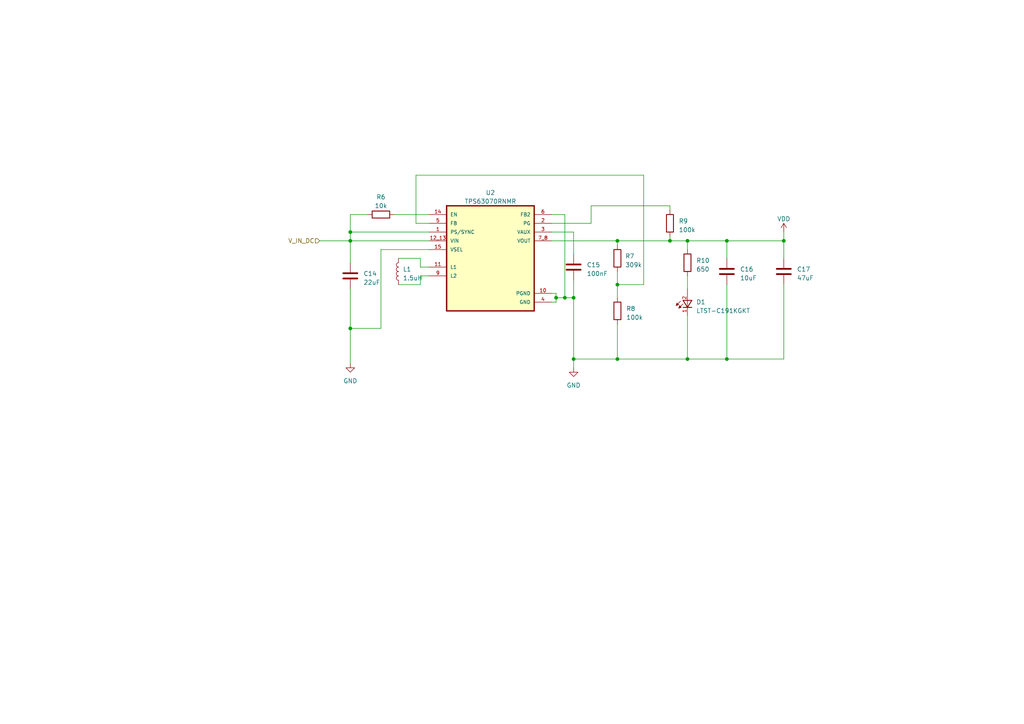
<source format=kicad_sch>
(kicad_sch (version 20230121) (generator eeschema)

  (uuid 54e629d2-0c3f-482a-8740-c76a10e26a61)

  (paper "A4")

  (lib_symbols
    (symbol "Device:C" (pin_numbers hide) (pin_names (offset 0.254)) (in_bom yes) (on_board yes)
      (property "Reference" "C" (at 0.635 2.54 0)
        (effects (font (size 1.27 1.27)) (justify left))
      )
      (property "Value" "C" (at 0.635 -2.54 0)
        (effects (font (size 1.27 1.27)) (justify left))
      )
      (property "Footprint" "" (at 0.9652 -3.81 0)
        (effects (font (size 1.27 1.27)) hide)
      )
      (property "Datasheet" "~" (at 0 0 0)
        (effects (font (size 1.27 1.27)) hide)
      )
      (property "ki_keywords" "cap capacitor" (at 0 0 0)
        (effects (font (size 1.27 1.27)) hide)
      )
      (property "ki_description" "Unpolarized capacitor" (at 0 0 0)
        (effects (font (size 1.27 1.27)) hide)
      )
      (property "ki_fp_filters" "C_*" (at 0 0 0)
        (effects (font (size 1.27 1.27)) hide)
      )
      (symbol "C_0_1"
        (polyline
          (pts
            (xy -2.032 -0.762)
            (xy 2.032 -0.762)
          )
          (stroke (width 0.508) (type default))
          (fill (type none))
        )
        (polyline
          (pts
            (xy -2.032 0.762)
            (xy 2.032 0.762)
          )
          (stroke (width 0.508) (type default))
          (fill (type none))
        )
      )
      (symbol "C_1_1"
        (pin passive line (at 0 3.81 270) (length 2.794)
          (name "~" (effects (font (size 1.27 1.27))))
          (number "1" (effects (font (size 1.27 1.27))))
        )
        (pin passive line (at 0 -3.81 90) (length 2.794)
          (name "~" (effects (font (size 1.27 1.27))))
          (number "2" (effects (font (size 1.27 1.27))))
        )
      )
    )
    (symbol "Device:L" (pin_numbers hide) (pin_names (offset 1.016) hide) (in_bom yes) (on_board yes)
      (property "Reference" "L" (at -1.27 0 90)
        (effects (font (size 1.27 1.27)))
      )
      (property "Value" "L" (at 1.905 0 90)
        (effects (font (size 1.27 1.27)))
      )
      (property "Footprint" "" (at 0 0 0)
        (effects (font (size 1.27 1.27)) hide)
      )
      (property "Datasheet" "~" (at 0 0 0)
        (effects (font (size 1.27 1.27)) hide)
      )
      (property "ki_keywords" "inductor choke coil reactor magnetic" (at 0 0 0)
        (effects (font (size 1.27 1.27)) hide)
      )
      (property "ki_description" "Inductor" (at 0 0 0)
        (effects (font (size 1.27 1.27)) hide)
      )
      (property "ki_fp_filters" "Choke_* *Coil* Inductor_* L_*" (at 0 0 0)
        (effects (font (size 1.27 1.27)) hide)
      )
      (symbol "L_0_1"
        (arc (start 0 -2.54) (mid 0.6323 -1.905) (end 0 -1.27)
          (stroke (width 0) (type default))
          (fill (type none))
        )
        (arc (start 0 -1.27) (mid 0.6323 -0.635) (end 0 0)
          (stroke (width 0) (type default))
          (fill (type none))
        )
        (arc (start 0 0) (mid 0.6323 0.635) (end 0 1.27)
          (stroke (width 0) (type default))
          (fill (type none))
        )
        (arc (start 0 1.27) (mid 0.6323 1.905) (end 0 2.54)
          (stroke (width 0) (type default))
          (fill (type none))
        )
      )
      (symbol "L_1_1"
        (pin passive line (at 0 3.81 270) (length 1.27)
          (name "1" (effects (font (size 1.27 1.27))))
          (number "1" (effects (font (size 1.27 1.27))))
        )
        (pin passive line (at 0 -3.81 90) (length 1.27)
          (name "2" (effects (font (size 1.27 1.27))))
          (number "2" (effects (font (size 1.27 1.27))))
        )
      )
    )
    (symbol "Device:R" (pin_numbers hide) (pin_names (offset 0)) (in_bom yes) (on_board yes)
      (property "Reference" "R" (at 2.032 0 90)
        (effects (font (size 1.27 1.27)))
      )
      (property "Value" "R" (at 0 0 90)
        (effects (font (size 1.27 1.27)))
      )
      (property "Footprint" "" (at -1.778 0 90)
        (effects (font (size 1.27 1.27)) hide)
      )
      (property "Datasheet" "~" (at 0 0 0)
        (effects (font (size 1.27 1.27)) hide)
      )
      (property "ki_keywords" "R res resistor" (at 0 0 0)
        (effects (font (size 1.27 1.27)) hide)
      )
      (property "ki_description" "Resistor" (at 0 0 0)
        (effects (font (size 1.27 1.27)) hide)
      )
      (property "ki_fp_filters" "R_*" (at 0 0 0)
        (effects (font (size 1.27 1.27)) hide)
      )
      (symbol "R_0_1"
        (rectangle (start -1.016 -2.54) (end 1.016 2.54)
          (stroke (width 0.254) (type default))
          (fill (type none))
        )
      )
      (symbol "R_1_1"
        (pin passive line (at 0 3.81 270) (length 1.27)
          (name "~" (effects (font (size 1.27 1.27))))
          (number "1" (effects (font (size 1.27 1.27))))
        )
        (pin passive line (at 0 -3.81 90) (length 1.27)
          (name "~" (effects (font (size 1.27 1.27))))
          (number "2" (effects (font (size 1.27 1.27))))
        )
      )
    )
    (symbol "LTST-C191KGKT:LTST-C191KGKT" (pin_names (offset 1.016)) (in_bom yes) (on_board yes)
      (property "Reference" "D" (at 2.545 2.545 0)
        (effects (font (size 1.27 1.27)) (justify left bottom))
      )
      (property "Value" "LTST-C191KGKT" (at 2.5425 0 0)
        (effects (font (size 1.27 1.27)) (justify left bottom))
      )
      (property "Footprint" "0603" (at 0 0 0)
        (effects (font (size 1.27 1.27)) (justify bottom) hide)
      )
      (property "Datasheet" "" (at 0 0 0)
        (effects (font (size 1.27 1.27)) hide)
      )
      (symbol "LTST-C191KGKT_0_0"
        (polyline
          (pts
            (xy -2.032 1.524)
            (xy -2.921 0.635)
          )
          (stroke (width 0.1524) (type default))
          (fill (type none))
        )
        (polyline
          (pts
            (xy -1.27 0.762)
            (xy -2.159 -0.127)
          )
          (stroke (width 0.1524) (type default))
          (fill (type none))
        )
        (polyline
          (pts
            (xy 0 -0.254)
            (xy -1.27 -0.254)
          )
          (stroke (width 0.254) (type default))
          (fill (type none))
        )
        (polyline
          (pts
            (xy 0 -0.254)
            (xy -1.27 1.778)
          )
          (stroke (width 0.254) (type default))
          (fill (type none))
        )
        (polyline
          (pts
            (xy 1.27 -0.254)
            (xy 0 -0.254)
          )
          (stroke (width 0.254) (type default))
          (fill (type none))
        )
        (polyline
          (pts
            (xy 1.27 1.778)
            (xy -1.27 1.778)
          )
          (stroke (width 0.254) (type default))
          (fill (type none))
        )
        (polyline
          (pts
            (xy 1.27 1.778)
            (xy 0 -0.254)
          )
          (stroke (width 0.254) (type default))
          (fill (type none))
        )
        (polyline
          (pts
            (xy -3.048 1.016)
            (xy -3.302 0.254)
            (xy -2.54 0.508)
            (xy -3.048 1.016)
          )
          (stroke (width 0.1524) (type default))
          (fill (type outline))
        )
        (polyline
          (pts
            (xy -2.286 0.254)
            (xy -2.54 -0.508)
            (xy -1.778 -0.254)
            (xy -2.286 0.254)
          )
          (stroke (width 0.1524) (type default))
          (fill (type outline))
        )
        (pin passive line (at 0 -2.54 90) (length 2.54)
          (name "~" (effects (font (size 1.016 1.016))))
          (number "1" (effects (font (size 1.016 1.016))))
        )
        (pin passive line (at 0 5.08 270) (length 5.08)
          (name "~" (effects (font (size 1.016 1.016))))
          (number "2" (effects (font (size 1.016 1.016))))
        )
      )
    )
    (symbol "TPS63070RNMR:TPS63070RNMR" (pin_names (offset 1.016)) (in_bom yes) (on_board yes)
      (property "Reference" "U" (at -12.7 16.24 0)
        (effects (font (size 1.27 1.27)) (justify left bottom))
      )
      (property "Value" "TPS63070RNMR" (at -12.7 -19.24 0)
        (effects (font (size 1.27 1.27)) (justify left bottom))
      )
      (property "Footprint" "VREG_TPS63070RNMR" (at 0 0 0)
        (effects (font (size 1.27 1.27)) (justify bottom) hide)
      )
      (property "Datasheet" "" (at 0 0 0)
        (effects (font (size 1.27 1.27)) hide)
      )
      (symbol "TPS63070RNMR_0_0"
        (rectangle (start -12.7 -15.24) (end 12.7 15.24)
          (stroke (width 0.41) (type default))
          (fill (type background))
        )
        (pin input line (at -17.78 7.62 0) (length 5.08)
          (name "PS/SYNC" (effects (font (size 1.016 1.016))))
          (number "1" (effects (font (size 1.016 1.016))))
        )
        (pin power_in line (at 17.78 -10.16 180) (length 5.08)
          (name "PGND" (effects (font (size 1.016 1.016))))
          (number "10" (effects (font (size 1.016 1.016))))
        )
        (pin bidirectional line (at -17.78 -2.54 0) (length 5.08)
          (name "L1" (effects (font (size 1.016 1.016))))
          (number "11" (effects (font (size 1.016 1.016))))
        )
        (pin input line (at -17.78 5.08 0) (length 5.08)
          (name "VIN" (effects (font (size 1.016 1.016))))
          (number "12_13" (effects (font (size 1.016 1.016))))
        )
        (pin input line (at -17.78 12.7 0) (length 5.08)
          (name "EN" (effects (font (size 1.016 1.016))))
          (number "14" (effects (font (size 1.016 1.016))))
        )
        (pin input line (at -17.78 2.54 0) (length 5.08)
          (name "VSEL" (effects (font (size 1.016 1.016))))
          (number "15" (effects (font (size 1.016 1.016))))
        )
        (pin output line (at 17.78 10.16 180) (length 5.08)
          (name "PG" (effects (font (size 1.016 1.016))))
          (number "2" (effects (font (size 1.016 1.016))))
        )
        (pin output line (at 17.78 7.62 180) (length 5.08)
          (name "VAUX" (effects (font (size 1.016 1.016))))
          (number "3" (effects (font (size 1.016 1.016))))
        )
        (pin power_in line (at 17.78 -12.7 180) (length 5.08)
          (name "GND" (effects (font (size 1.016 1.016))))
          (number "4" (effects (font (size 1.016 1.016))))
        )
        (pin input line (at -17.78 10.16 0) (length 5.08)
          (name "FB" (effects (font (size 1.016 1.016))))
          (number "5" (effects (font (size 1.016 1.016))))
        )
        (pin output line (at 17.78 12.7 180) (length 5.08)
          (name "FB2" (effects (font (size 1.016 1.016))))
          (number "6" (effects (font (size 1.016 1.016))))
        )
        (pin output line (at 17.78 5.08 180) (length 5.08)
          (name "VOUT" (effects (font (size 1.016 1.016))))
          (number "7_8" (effects (font (size 1.016 1.016))))
        )
        (pin bidirectional line (at -17.78 -5.08 0) (length 5.08)
          (name "L2" (effects (font (size 1.016 1.016))))
          (number "9" (effects (font (size 1.016 1.016))))
        )
      )
    )
    (symbol "power:GND" (power) (pin_names (offset 0)) (in_bom yes) (on_board yes)
      (property "Reference" "#PWR" (at 0 -6.35 0)
        (effects (font (size 1.27 1.27)) hide)
      )
      (property "Value" "GND" (at 0 -3.81 0)
        (effects (font (size 1.27 1.27)))
      )
      (property "Footprint" "" (at 0 0 0)
        (effects (font (size 1.27 1.27)) hide)
      )
      (property "Datasheet" "" (at 0 0 0)
        (effects (font (size 1.27 1.27)) hide)
      )
      (property "ki_keywords" "global power" (at 0 0 0)
        (effects (font (size 1.27 1.27)) hide)
      )
      (property "ki_description" "Power symbol creates a global label with name \"GND\" , ground" (at 0 0 0)
        (effects (font (size 1.27 1.27)) hide)
      )
      (symbol "GND_0_1"
        (polyline
          (pts
            (xy 0 0)
            (xy 0 -1.27)
            (xy 1.27 -1.27)
            (xy 0 -2.54)
            (xy -1.27 -1.27)
            (xy 0 -1.27)
          )
          (stroke (width 0) (type default))
          (fill (type none))
        )
      )
      (symbol "GND_1_1"
        (pin power_in line (at 0 0 270) (length 0) hide
          (name "GND" (effects (font (size 1.27 1.27))))
          (number "1" (effects (font (size 1.27 1.27))))
        )
      )
    )
    (symbol "power:VDD" (power) (pin_names (offset 0)) (in_bom yes) (on_board yes)
      (property "Reference" "#PWR" (at 0 -3.81 0)
        (effects (font (size 1.27 1.27)) hide)
      )
      (property "Value" "VDD" (at 0 3.81 0)
        (effects (font (size 1.27 1.27)))
      )
      (property "Footprint" "" (at 0 0 0)
        (effects (font (size 1.27 1.27)) hide)
      )
      (property "Datasheet" "" (at 0 0 0)
        (effects (font (size 1.27 1.27)) hide)
      )
      (property "ki_keywords" "global power" (at 0 0 0)
        (effects (font (size 1.27 1.27)) hide)
      )
      (property "ki_description" "Power symbol creates a global label with name \"VDD\"" (at 0 0 0)
        (effects (font (size 1.27 1.27)) hide)
      )
      (symbol "VDD_0_1"
        (polyline
          (pts
            (xy -0.762 1.27)
            (xy 0 2.54)
          )
          (stroke (width 0) (type default))
          (fill (type none))
        )
        (polyline
          (pts
            (xy 0 0)
            (xy 0 2.54)
          )
          (stroke (width 0) (type default))
          (fill (type none))
        )
        (polyline
          (pts
            (xy 0 2.54)
            (xy 0.762 1.27)
          )
          (stroke (width 0) (type default))
          (fill (type none))
        )
      )
      (symbol "VDD_1_1"
        (pin power_in line (at 0 0 90) (length 0) hide
          (name "VDD" (effects (font (size 1.27 1.27))))
          (number "1" (effects (font (size 1.27 1.27))))
        )
      )
    )
  )

  (junction (at 199.39 104.14) (diameter 0) (color 0 0 0 0)
    (uuid 083f1fc9-5470-4d2d-999e-93202b21cd02)
  )
  (junction (at 163.83 86.36) (diameter 0) (color 0 0 0 0)
    (uuid 1529706d-64f2-4dd3-bdf9-944e45ac324f)
  )
  (junction (at 101.6 69.85) (diameter 0) (color 0 0 0 0)
    (uuid 188a74ef-25a0-42e1-99f3-0d056c808a6c)
  )
  (junction (at 199.39 69.85) (diameter 0) (color 0 0 0 0)
    (uuid 21892e4a-901e-4454-ae5a-6b47e48d37e6)
  )
  (junction (at 179.07 69.85) (diameter 0) (color 0 0 0 0)
    (uuid 22ea32bb-2341-4194-9dea-b13322f14173)
  )
  (junction (at 210.82 104.14) (diameter 0) (color 0 0 0 0)
    (uuid 243312a9-de73-4f16-b28f-af9498bc1637)
  )
  (junction (at 161.29 86.36) (diameter 0) (color 0 0 0 0)
    (uuid 243a1fc5-e1f2-4ab7-8254-b2252072d8b3)
  )
  (junction (at 166.37 104.14) (diameter 0) (color 0 0 0 0)
    (uuid 2e874b10-b362-450e-8d70-202ba3c04a6d)
  )
  (junction (at 179.07 82.55) (diameter 0) (color 0 0 0 0)
    (uuid 41160cb2-cb95-4b30-bcf5-58a078afba68)
  )
  (junction (at 227.33 69.85) (diameter 0) (color 0 0 0 0)
    (uuid 7437d374-b259-476d-885d-89a8bcece565)
  )
  (junction (at 166.37 86.36) (diameter 0) (color 0 0 0 0)
    (uuid 74ea74dd-9ad4-443f-9415-c4bc9a8c5405)
  )
  (junction (at 210.82 69.85) (diameter 0) (color 0 0 0 0)
    (uuid 8988a622-9c5a-44d9-bf28-e54f0a970a72)
  )
  (junction (at 101.6 67.31) (diameter 0) (color 0 0 0 0)
    (uuid b977a37a-1154-42a0-bed6-518a3119b474)
  )
  (junction (at 179.07 104.14) (diameter 0) (color 0 0 0 0)
    (uuid d4fe1ab7-0ce2-47e7-a552-6a56236abc0d)
  )
  (junction (at 101.6 95.25) (diameter 0) (color 0 0 0 0)
    (uuid dba07e7f-9f5f-4459-9102-d3d93e5031e1)
  )
  (junction (at 194.31 69.85) (diameter 0) (color 0 0 0 0)
    (uuid ea4b28f5-9754-41f6-9ccf-730012e5ab6f)
  )

  (wire (pts (xy 101.6 62.23) (xy 101.6 67.31))
    (stroke (width 0) (type default))
    (uuid 0276f478-2fec-40de-ae3b-aa602e269bd5)
  )
  (wire (pts (xy 210.82 82.55) (xy 210.82 104.14))
    (stroke (width 0) (type default))
    (uuid 0b800f60-18d5-49f2-88c5-dd2221fd4115)
  )
  (wire (pts (xy 163.83 62.23) (xy 163.83 86.36))
    (stroke (width 0) (type default))
    (uuid 0e48663b-c3f3-4ebd-9682-236238bd2d0b)
  )
  (wire (pts (xy 227.33 74.93) (xy 227.33 69.85))
    (stroke (width 0) (type default))
    (uuid 1020d64c-8183-4037-bf7d-b0790c618528)
  )
  (wire (pts (xy 227.33 69.85) (xy 210.82 69.85))
    (stroke (width 0) (type default))
    (uuid 147208e0-9adb-48ef-aefa-f13043b362dc)
  )
  (wire (pts (xy 166.37 67.31) (xy 166.37 73.66))
    (stroke (width 0) (type default))
    (uuid 1908a280-8d43-45a3-993b-1f575224e418)
  )
  (wire (pts (xy 186.69 50.8) (xy 186.69 82.55))
    (stroke (width 0) (type default))
    (uuid 1cb85964-ae3f-4fb3-8056-739c7fbd4918)
  )
  (wire (pts (xy 166.37 104.14) (xy 166.37 106.68))
    (stroke (width 0) (type default))
    (uuid 1d1821e3-3b8c-4c7d-b0be-3db61d965cf3)
  )
  (wire (pts (xy 194.31 59.69) (xy 194.31 60.96))
    (stroke (width 0) (type default))
    (uuid 1e37f672-67c8-4cb4-9514-5a4e059873d7)
  )
  (wire (pts (xy 160.02 67.31) (xy 166.37 67.31))
    (stroke (width 0) (type default))
    (uuid 20bf07d3-3608-4d86-bd47-ec5fffef4266)
  )
  (wire (pts (xy 166.37 81.28) (xy 166.37 86.36))
    (stroke (width 0) (type default))
    (uuid 2a54820c-3018-47dc-a168-304e50903788)
  )
  (wire (pts (xy 199.39 69.85) (xy 194.31 69.85))
    (stroke (width 0) (type default))
    (uuid 2c3a40cf-b5c4-48d0-b2f7-60e1d2b4125d)
  )
  (wire (pts (xy 194.31 69.85) (xy 179.07 69.85))
    (stroke (width 0) (type default))
    (uuid 2e6df31b-6774-4cdb-8847-64ee4afccbd2)
  )
  (wire (pts (xy 121.92 74.93) (xy 121.92 77.47))
    (stroke (width 0) (type default))
    (uuid 2f9c002d-a7cb-44d5-8429-26097dc37266)
  )
  (wire (pts (xy 166.37 86.36) (xy 166.37 104.14))
    (stroke (width 0) (type default))
    (uuid 31bdfc9a-514d-429b-bf8c-d900de1ff509)
  )
  (wire (pts (xy 121.92 82.55) (xy 115.57 82.55))
    (stroke (width 0) (type default))
    (uuid 3b08efca-b9e7-4a2c-99bf-394733862164)
  )
  (wire (pts (xy 101.6 67.31) (xy 101.6 69.85))
    (stroke (width 0) (type default))
    (uuid 43116b63-f421-499d-b376-5afb451f8e4b)
  )
  (wire (pts (xy 210.82 69.85) (xy 199.39 69.85))
    (stroke (width 0) (type default))
    (uuid 52c410c2-5cec-4d73-a9de-ffbe8370052a)
  )
  (wire (pts (xy 121.92 80.01) (xy 121.92 82.55))
    (stroke (width 0) (type default))
    (uuid 57c42f7f-a8fa-4110-af28-a9cf8edb6b89)
  )
  (wire (pts (xy 210.82 104.14) (xy 199.39 104.14))
    (stroke (width 0) (type default))
    (uuid 603c256f-c2fc-494c-98cf-355c840c083d)
  )
  (wire (pts (xy 163.83 86.36) (xy 166.37 86.36))
    (stroke (width 0) (type default))
    (uuid 644699cd-dad9-4797-b904-d74b20806e29)
  )
  (wire (pts (xy 161.29 86.36) (xy 163.83 86.36))
    (stroke (width 0) (type default))
    (uuid 64fae4e9-ef94-4c4d-ac86-089bedabaf90)
  )
  (wire (pts (xy 160.02 87.63) (xy 161.29 87.63))
    (stroke (width 0) (type default))
    (uuid 6f6f9df0-3580-4dfa-846b-ce671a3482ef)
  )
  (wire (pts (xy 179.07 93.98) (xy 179.07 104.14))
    (stroke (width 0) (type default))
    (uuid 7301b71c-9506-4f66-9650-3372f99b6425)
  )
  (wire (pts (xy 160.02 62.23) (xy 163.83 62.23))
    (stroke (width 0) (type default))
    (uuid 733524b5-ad0c-4109-b9c1-4b058e12b1c5)
  )
  (wire (pts (xy 161.29 85.09) (xy 161.29 86.36))
    (stroke (width 0) (type default))
    (uuid 797d4d40-8f8a-454d-b02b-780e0f6e8e5b)
  )
  (wire (pts (xy 194.31 59.69) (xy 171.45 59.69))
    (stroke (width 0) (type default))
    (uuid 895c25cd-1af5-41c4-977c-20d9a8d9d0cd)
  )
  (wire (pts (xy 92.71 69.85) (xy 101.6 69.85))
    (stroke (width 0) (type default))
    (uuid 8a668baf-0b54-4158-a943-59b1137d2471)
  )
  (wire (pts (xy 106.68 62.23) (xy 101.6 62.23))
    (stroke (width 0) (type default))
    (uuid 8adebc81-f706-4b15-ab03-95d6a4f63428)
  )
  (wire (pts (xy 171.45 59.69) (xy 171.45 64.77))
    (stroke (width 0) (type default))
    (uuid 8c2e03d1-a020-47ef-9075-40a55a67bc8e)
  )
  (wire (pts (xy 101.6 69.85) (xy 124.46 69.85))
    (stroke (width 0) (type default))
    (uuid 8f27f87f-1671-40bd-9bf1-962ca88222f8)
  )
  (wire (pts (xy 101.6 95.25) (xy 101.6 105.41))
    (stroke (width 0) (type default))
    (uuid 951bc9c7-9f07-41c7-8adc-eb031bd9caca)
  )
  (wire (pts (xy 227.33 82.55) (xy 227.33 104.14))
    (stroke (width 0) (type default))
    (uuid 955affeb-5bc1-45cf-a037-4ff770f26851)
  )
  (wire (pts (xy 114.3 62.23) (xy 124.46 62.23))
    (stroke (width 0) (type default))
    (uuid 97a7fe82-02ba-404e-b20e-4fe69da3e8bd)
  )
  (wire (pts (xy 199.39 80.01) (xy 199.39 83.82))
    (stroke (width 0) (type default))
    (uuid 9a752736-1f42-4521-ba47-90afb32ccaa2)
  )
  (wire (pts (xy 179.07 82.55) (xy 179.07 86.36))
    (stroke (width 0) (type default))
    (uuid 9b2d7e10-e996-4213-8799-6d24a1b6510e)
  )
  (wire (pts (xy 179.07 104.14) (xy 166.37 104.14))
    (stroke (width 0) (type default))
    (uuid a2c46903-045d-42d7-954d-074e8341329f)
  )
  (wire (pts (xy 179.07 69.85) (xy 179.07 71.12))
    (stroke (width 0) (type default))
    (uuid a41e6576-ab97-46ea-beda-39c29319e408)
  )
  (wire (pts (xy 120.65 64.77) (xy 120.65 50.8))
    (stroke (width 0) (type default))
    (uuid b4d5c87c-017d-48eb-8121-a2e7308719e0)
  )
  (wire (pts (xy 101.6 83.82) (xy 101.6 95.25))
    (stroke (width 0) (type default))
    (uuid bd16f9aa-fa6e-4e53-a9b6-58c8c472939f)
  )
  (wire (pts (xy 194.31 68.58) (xy 194.31 69.85))
    (stroke (width 0) (type default))
    (uuid bf09b319-8342-4327-af38-05129b3f70a7)
  )
  (wire (pts (xy 120.65 50.8) (xy 186.69 50.8))
    (stroke (width 0) (type default))
    (uuid c41d0cc1-c9a1-4303-8aba-f701022ca1f3)
  )
  (wire (pts (xy 124.46 64.77) (xy 120.65 64.77))
    (stroke (width 0) (type default))
    (uuid c5e94f16-7674-49c2-9ea6-d587871e6c83)
  )
  (wire (pts (xy 199.39 91.44) (xy 199.39 104.14))
    (stroke (width 0) (type default))
    (uuid c611ba5e-c044-42ff-9e39-d2e2f6f7c54d)
  )
  (wire (pts (xy 115.57 74.93) (xy 121.92 74.93))
    (stroke (width 0) (type default))
    (uuid c7bb3ee5-c469-4314-87dc-cb7a9f120127)
  )
  (wire (pts (xy 101.6 67.31) (xy 124.46 67.31))
    (stroke (width 0) (type default))
    (uuid c85caf36-c014-4f44-ad43-0d3616742e88)
  )
  (wire (pts (xy 110.49 72.39) (xy 110.49 95.25))
    (stroke (width 0) (type default))
    (uuid cac2d192-2553-4b36-892d-593bb65317f8)
  )
  (wire (pts (xy 101.6 69.85) (xy 101.6 76.2))
    (stroke (width 0) (type default))
    (uuid d181bdf3-a5d2-4fd1-b3ff-7094865899ef)
  )
  (wire (pts (xy 199.39 69.85) (xy 199.39 72.39))
    (stroke (width 0) (type default))
    (uuid d1976e27-1013-4589-88fb-a2e58b065b75)
  )
  (wire (pts (xy 227.33 67.31) (xy 227.33 69.85))
    (stroke (width 0) (type default))
    (uuid d1c99ff6-a794-457a-9b5b-622d19011e8b)
  )
  (wire (pts (xy 186.69 82.55) (xy 179.07 82.55))
    (stroke (width 0) (type default))
    (uuid d51bd073-ba5e-4d73-9e44-bc4626ad5d26)
  )
  (wire (pts (xy 161.29 87.63) (xy 161.29 86.36))
    (stroke (width 0) (type default))
    (uuid dd1e7b39-d517-4f7d-93fb-0840dcf63a32)
  )
  (wire (pts (xy 171.45 64.77) (xy 160.02 64.77))
    (stroke (width 0) (type default))
    (uuid dfd73ea9-a97d-40e5-a96d-2b82af4b0da9)
  )
  (wire (pts (xy 160.02 69.85) (xy 179.07 69.85))
    (stroke (width 0) (type default))
    (uuid e01eaa83-a4b1-4cf6-9101-184fa67edf7a)
  )
  (wire (pts (xy 124.46 72.39) (xy 110.49 72.39))
    (stroke (width 0) (type default))
    (uuid e530581e-d6c0-4ad1-8970-76f2355ccf05)
  )
  (wire (pts (xy 161.29 85.09) (xy 160.02 85.09))
    (stroke (width 0) (type default))
    (uuid e5322eed-fcb5-4178-9df2-44b45b1e0b0d)
  )
  (wire (pts (xy 110.49 95.25) (xy 101.6 95.25))
    (stroke (width 0) (type default))
    (uuid e649c8a3-dd30-4426-8787-c832fab623bb)
  )
  (wire (pts (xy 179.07 78.74) (xy 179.07 82.55))
    (stroke (width 0) (type default))
    (uuid eb96d418-1244-4381-a1ee-49ccc150c6f6)
  )
  (wire (pts (xy 124.46 80.01) (xy 121.92 80.01))
    (stroke (width 0) (type default))
    (uuid ed719203-c07a-4b4d-806e-2b6214127bde)
  )
  (wire (pts (xy 121.92 77.47) (xy 124.46 77.47))
    (stroke (width 0) (type default))
    (uuid f58ec344-0e30-4793-8687-5b6d5702e2a2)
  )
  (wire (pts (xy 227.33 104.14) (xy 210.82 104.14))
    (stroke (width 0) (type default))
    (uuid f7c3a255-5671-4399-a74b-6df9536e0346)
  )
  (wire (pts (xy 199.39 104.14) (xy 179.07 104.14))
    (stroke (width 0) (type default))
    (uuid f8322662-189e-4586-ab70-c960a67b57d0)
  )
  (wire (pts (xy 210.82 74.93) (xy 210.82 69.85))
    (stroke (width 0) (type default))
    (uuid f8bcc640-4c70-4c1d-a744-071f1a869f68)
  )

  (hierarchical_label "V_IN_DC" (shape input) (at 92.71 69.85 180) (fields_autoplaced)
    (effects (font (size 1.27 1.27)) (justify right))
    (uuid 08ecde0b-c409-4575-98fa-10706d186a05)
  )

  (symbol (lib_id "LTST-C191KGKT:LTST-C191KGKT") (at 199.39 88.9 0) (unit 1)
    (in_bom yes) (on_board yes) (dnp no) (fields_autoplaced)
    (uuid 1668af77-ef29-4fbe-8471-61e015d386db)
    (property "Reference" "D1" (at 201.93 87.6046 0)
      (effects (font (size 1.27 1.27)) (justify left))
    )
    (property "Value" "LTST-C191KGKT" (at 201.93 90.1446 0)
      (effects (font (size 1.27 1.27)) (justify left))
    )
    (property "Footprint" "LTST-C191KGKT:0603" (at 199.39 88.9 0)
      (effects (font (size 1.27 1.27)) (justify bottom) hide)
    )
    (property "Datasheet" "" (at 199.39 88.9 0)
      (effects (font (size 1.27 1.27)) hide)
    )
    (pin "1" (uuid 78913966-df5f-4e65-a65d-9623a73d5693))
    (pin "2" (uuid c39c48d9-b6e6-4c51-a7ad-ea8af3824d5e))
    (instances
      (project "Stm32-Dev"
        (path "/2012adcd-2550-4959-bd3b-ca39f3ab7454/e4f4528b-be31-41fd-b387-7a3470481aba"
          (reference "D1") (unit 1)
        )
      )
    )
  )

  (symbol (lib_id "Device:C") (at 227.33 78.74 0) (unit 1)
    (in_bom yes) (on_board yes) (dnp no) (fields_autoplaced)
    (uuid 2011690e-6c17-4e15-8591-682f38faf75f)
    (property "Reference" "C17" (at 231.14 78.105 0)
      (effects (font (size 1.27 1.27)) (justify left))
    )
    (property "Value" "47uF" (at 231.14 80.645 0)
      (effects (font (size 1.27 1.27)) (justify left))
    )
    (property "Footprint" "Capacitor_SMD:C_0805_2012Metric" (at 228.2952 82.55 0)
      (effects (font (size 1.27 1.27)) hide)
    )
    (property "Datasheet" "~" (at 227.33 78.74 0)
      (effects (font (size 1.27 1.27)) hide)
    )
    (pin "1" (uuid 0dadd343-48e9-48cf-a762-bf157d80858f))
    (pin "2" (uuid 40035ad0-0adb-47d2-b2da-f15fc13376c1))
    (instances
      (project "Stm32-Dev"
        (path "/2012adcd-2550-4959-bd3b-ca39f3ab7454/e4f4528b-be31-41fd-b387-7a3470481aba"
          (reference "C17") (unit 1)
        )
      )
    )
  )

  (symbol (lib_id "Device:R") (at 110.49 62.23 90) (unit 1)
    (in_bom yes) (on_board yes) (dnp no) (fields_autoplaced)
    (uuid 226d58c6-c237-4f7c-8931-c8c571a0534e)
    (property "Reference" "R6" (at 110.49 57.15 90)
      (effects (font (size 1.27 1.27)))
    )
    (property "Value" "10k" (at 110.49 59.69 90)
      (effects (font (size 1.27 1.27)))
    )
    (property "Footprint" "Resistor_SMD:R_0805_2012Metric" (at 110.49 64.008 90)
      (effects (font (size 1.27 1.27)) hide)
    )
    (property "Datasheet" "~" (at 110.49 62.23 0)
      (effects (font (size 1.27 1.27)) hide)
    )
    (pin "1" (uuid f3a19315-e01d-4581-a3c1-dac701f3a394))
    (pin "2" (uuid 75ce13ba-036b-46ed-85c2-220d822e3947))
    (instances
      (project "Stm32-Dev"
        (path "/2012adcd-2550-4959-bd3b-ca39f3ab7454/e4f4528b-be31-41fd-b387-7a3470481aba"
          (reference "R6") (unit 1)
        )
      )
    )
  )

  (symbol (lib_id "power:VDD") (at 227.33 67.31 0) (unit 1)
    (in_bom yes) (on_board yes) (dnp no) (fields_autoplaced)
    (uuid 3cde229f-bce8-4ab2-ace1-3d96fa52743b)
    (property "Reference" "#PWR020" (at 227.33 71.12 0)
      (effects (font (size 1.27 1.27)) hide)
    )
    (property "Value" "VDD" (at 227.33 63.5 0)
      (effects (font (size 1.27 1.27)))
    )
    (property "Footprint" "" (at 227.33 67.31 0)
      (effects (font (size 1.27 1.27)) hide)
    )
    (property "Datasheet" "" (at 227.33 67.31 0)
      (effects (font (size 1.27 1.27)) hide)
    )
    (pin "1" (uuid 3ed034b9-cd75-493a-af32-c7a1796adfdd))
    (instances
      (project "Stm32-Dev"
        (path "/2012adcd-2550-4959-bd3b-ca39f3ab7454/e4f4528b-be31-41fd-b387-7a3470481aba"
          (reference "#PWR020") (unit 1)
        )
      )
    )
  )

  (symbol (lib_id "Device:C") (at 166.37 77.47 0) (unit 1)
    (in_bom yes) (on_board yes) (dnp no) (fields_autoplaced)
    (uuid 438f8d3c-7793-4795-9f27-7859b1fba7e4)
    (property "Reference" "C15" (at 170.18 76.835 0)
      (effects (font (size 1.27 1.27)) (justify left))
    )
    (property "Value" "100nF" (at 170.18 79.375 0)
      (effects (font (size 1.27 1.27)) (justify left))
    )
    (property "Footprint" "Capacitor_SMD:C_0805_2012Metric" (at 167.3352 81.28 0)
      (effects (font (size 1.27 1.27)) hide)
    )
    (property "Datasheet" "~" (at 166.37 77.47 0)
      (effects (font (size 1.27 1.27)) hide)
    )
    (pin "1" (uuid b9fae0f0-47ec-482a-ad44-f1c87a959f38))
    (pin "2" (uuid fad14a3d-c393-49ab-9850-1145a6b67cff))
    (instances
      (project "Stm32-Dev"
        (path "/2012adcd-2550-4959-bd3b-ca39f3ab7454/e4f4528b-be31-41fd-b387-7a3470481aba"
          (reference "C15") (unit 1)
        )
      )
    )
  )

  (symbol (lib_id "Device:C") (at 101.6 80.01 0) (unit 1)
    (in_bom yes) (on_board yes) (dnp no) (fields_autoplaced)
    (uuid 4eb069c7-3347-48d0-9cca-277d3c4def12)
    (property "Reference" "C14" (at 105.41 79.375 0)
      (effects (font (size 1.27 1.27)) (justify left))
    )
    (property "Value" "22uF" (at 105.41 81.915 0)
      (effects (font (size 1.27 1.27)) (justify left))
    )
    (property "Footprint" "Capacitor_SMD:C_0805_2012Metric" (at 102.5652 83.82 0)
      (effects (font (size 1.27 1.27)) hide)
    )
    (property "Datasheet" "~" (at 101.6 80.01 0)
      (effects (font (size 1.27 1.27)) hide)
    )
    (pin "1" (uuid f9b31711-0ab2-4835-90fa-57e0007bbce2))
    (pin "2" (uuid 917f61e3-867f-4c6a-9714-2acaa63848d3))
    (instances
      (project "Stm32-Dev"
        (path "/2012adcd-2550-4959-bd3b-ca39f3ab7454/e4f4528b-be31-41fd-b387-7a3470481aba"
          (reference "C14") (unit 1)
        )
      )
    )
  )

  (symbol (lib_id "power:GND") (at 101.6 105.41 0) (unit 1)
    (in_bom yes) (on_board yes) (dnp no) (fields_autoplaced)
    (uuid 50ff00b1-654f-49d5-9b32-d7c3663120fc)
    (property "Reference" "#PWR018" (at 101.6 111.76 0)
      (effects (font (size 1.27 1.27)) hide)
    )
    (property "Value" "GND" (at 101.6 110.49 0)
      (effects (font (size 1.27 1.27)))
    )
    (property "Footprint" "" (at 101.6 105.41 0)
      (effects (font (size 1.27 1.27)) hide)
    )
    (property "Datasheet" "" (at 101.6 105.41 0)
      (effects (font (size 1.27 1.27)) hide)
    )
    (pin "1" (uuid 56382f50-d0ba-45c7-89dc-f3aad7a9a280))
    (instances
      (project "Stm32-Dev"
        (path "/2012adcd-2550-4959-bd3b-ca39f3ab7454/e4f4528b-be31-41fd-b387-7a3470481aba"
          (reference "#PWR018") (unit 1)
        )
      )
    )
  )

  (symbol (lib_id "power:GND") (at 166.37 106.68 0) (unit 1)
    (in_bom yes) (on_board yes) (dnp no) (fields_autoplaced)
    (uuid 5e0e6faf-24c1-4b5d-ae8d-63f9698b0127)
    (property "Reference" "#PWR019" (at 166.37 113.03 0)
      (effects (font (size 1.27 1.27)) hide)
    )
    (property "Value" "GND" (at 166.37 111.76 0)
      (effects (font (size 1.27 1.27)))
    )
    (property "Footprint" "" (at 166.37 106.68 0)
      (effects (font (size 1.27 1.27)) hide)
    )
    (property "Datasheet" "" (at 166.37 106.68 0)
      (effects (font (size 1.27 1.27)) hide)
    )
    (pin "1" (uuid f378d049-77a8-436e-ba8e-7904a0836733))
    (instances
      (project "Stm32-Dev"
        (path "/2012adcd-2550-4959-bd3b-ca39f3ab7454/e4f4528b-be31-41fd-b387-7a3470481aba"
          (reference "#PWR019") (unit 1)
        )
      )
    )
  )

  (symbol (lib_id "Device:R") (at 194.31 64.77 0) (unit 1)
    (in_bom yes) (on_board yes) (dnp no) (fields_autoplaced)
    (uuid 8f19e067-e23f-44c7-9b5b-68644fd7fbe2)
    (property "Reference" "R9" (at 196.85 64.135 0)
      (effects (font (size 1.27 1.27)) (justify left))
    )
    (property "Value" "100k" (at 196.85 66.675 0)
      (effects (font (size 1.27 1.27)) (justify left))
    )
    (property "Footprint" "Resistor_SMD:R_0805_2012Metric" (at 192.532 64.77 90)
      (effects (font (size 1.27 1.27)) hide)
    )
    (property "Datasheet" "~" (at 194.31 64.77 0)
      (effects (font (size 1.27 1.27)) hide)
    )
    (pin "1" (uuid c1c969c3-1740-404b-83bc-9ecbd7f2b9db))
    (pin "2" (uuid 65ff0fb7-c57c-4d10-951d-157366aabd3e))
    (instances
      (project "Stm32-Dev"
        (path "/2012adcd-2550-4959-bd3b-ca39f3ab7454/e4f4528b-be31-41fd-b387-7a3470481aba"
          (reference "R9") (unit 1)
        )
      )
    )
  )

  (symbol (lib_id "Device:R") (at 179.07 74.93 180) (unit 1)
    (in_bom yes) (on_board yes) (dnp no) (fields_autoplaced)
    (uuid 9b1e9e18-f797-496d-8976-926cf5700c9a)
    (property "Reference" "R7" (at 181.3219 74.295 0)
      (effects (font (size 1.27 1.27)) (justify right))
    )
    (property "Value" "309k" (at 181.3219 76.835 0)
      (effects (font (size 1.27 1.27)) (justify right))
    )
    (property "Footprint" "Resistor_SMD:R_0805_2012Metric" (at 180.848 74.93 90)
      (effects (font (size 1.27 1.27)) hide)
    )
    (property "Datasheet" "~" (at 179.07 74.93 0)
      (effects (font (size 1.27 1.27)) hide)
    )
    (pin "1" (uuid b60e0824-1e87-4734-bdab-a5839b6bec73))
    (pin "2" (uuid 6b197d21-abcd-4b99-b9ed-931734fa3bd0))
    (instances
      (project "Stm32-Dev"
        (path "/2012adcd-2550-4959-bd3b-ca39f3ab7454/e4f4528b-be31-41fd-b387-7a3470481aba"
          (reference "R7") (unit 1)
        )
      )
    )
  )

  (symbol (lib_id "TPS63070RNMR:TPS63070RNMR") (at 142.24 74.93 0) (unit 1)
    (in_bom yes) (on_board yes) (dnp no) (fields_autoplaced)
    (uuid 9f115956-9175-407b-9084-623cfbdb1537)
    (property "Reference" "U2" (at 142.24 55.88 0)
      (effects (font (size 1.27 1.27)))
    )
    (property "Value" "TPS63070RNMR" (at 142.24 58.42 0)
      (effects (font (size 1.27 1.27)))
    )
    (property "Footprint" "TPS63070RNMR:VREG_TPS63070RNMR" (at 142.24 74.93 0)
      (effects (font (size 1.27 1.27)) (justify bottom) hide)
    )
    (property "Datasheet" "" (at 142.24 74.93 0)
      (effects (font (size 1.27 1.27)) hide)
    )
    (pin "1" (uuid bdb35b46-5d29-4df3-836c-e6f078521f8b))
    (pin "10" (uuid 64bb2212-3b92-434a-85ea-f93a8c044212))
    (pin "11" (uuid f04230f3-a515-444b-aca0-4e97de23ae1b))
    (pin "12_13" (uuid 4a72e38c-ce91-49b9-a7b9-e636b3bef223))
    (pin "14" (uuid 891953b3-49d4-4a20-a519-cfa606c5cd16))
    (pin "15" (uuid 0e56756a-d952-408e-a682-30b4a6a1d0d5))
    (pin "2" (uuid 5302b270-5023-4150-b929-75460e5b61fb))
    (pin "3" (uuid 73d25246-bc53-40a4-bca3-e67aa431a570))
    (pin "4" (uuid 1d42c812-1296-46a9-9624-1a84de6877c7))
    (pin "5" (uuid 3e4d4b50-76a4-4741-8135-9fece7f76ad2))
    (pin "6" (uuid aa161082-60cd-4418-8472-280597dbe36f))
    (pin "7_8" (uuid cc7eebe4-5295-489d-b116-dcb4c1688425))
    (pin "9" (uuid 97bca4ae-2c58-4f11-b86e-dce4fd4592f3))
    (instances
      (project "Stm32-Dev"
        (path "/2012adcd-2550-4959-bd3b-ca39f3ab7454/e4f4528b-be31-41fd-b387-7a3470481aba"
          (reference "U2") (unit 1)
        )
      )
    )
  )

  (symbol (lib_id "Device:R") (at 179.07 90.17 180) (unit 1)
    (in_bom yes) (on_board yes) (dnp no) (fields_autoplaced)
    (uuid b2a00137-6a66-4510-ac7b-e6a898053917)
    (property "Reference" "R8" (at 181.61 89.535 0)
      (effects (font (size 1.27 1.27)) (justify right))
    )
    (property "Value" "100k" (at 181.61 92.075 0)
      (effects (font (size 1.27 1.27)) (justify right))
    )
    (property "Footprint" "Resistor_SMD:R_0805_2012Metric" (at 180.848 90.17 90)
      (effects (font (size 1.27 1.27)) hide)
    )
    (property "Datasheet" "~" (at 179.07 90.17 0)
      (effects (font (size 1.27 1.27)) hide)
    )
    (pin "1" (uuid 75517b2c-e4cf-4933-bf41-d1eba4bc9763))
    (pin "2" (uuid 5b94ee07-75da-4230-a8f3-2ec7a2e85641))
    (instances
      (project "Stm32-Dev"
        (path "/2012adcd-2550-4959-bd3b-ca39f3ab7454/e4f4528b-be31-41fd-b387-7a3470481aba"
          (reference "R8") (unit 1)
        )
      )
    )
  )

  (symbol (lib_id "Device:C") (at 210.82 78.74 0) (unit 1)
    (in_bom yes) (on_board yes) (dnp no) (fields_autoplaced)
    (uuid c546097e-0749-4d76-9d1d-707d0cd40f16)
    (property "Reference" "C16" (at 214.63 78.105 0)
      (effects (font (size 1.27 1.27)) (justify left))
    )
    (property "Value" "10uF" (at 214.63 80.645 0)
      (effects (font (size 1.27 1.27)) (justify left))
    )
    (property "Footprint" "Capacitor_SMD:C_0805_2012Metric" (at 211.7852 82.55 0)
      (effects (font (size 1.27 1.27)) hide)
    )
    (property "Datasheet" "~" (at 210.82 78.74 0)
      (effects (font (size 1.27 1.27)) hide)
    )
    (pin "1" (uuid e0436579-df36-42a9-affc-de52b68d6b09))
    (pin "2" (uuid 82bd494e-4e2c-42d7-a6e3-86df826de049))
    (instances
      (project "Stm32-Dev"
        (path "/2012adcd-2550-4959-bd3b-ca39f3ab7454/e4f4528b-be31-41fd-b387-7a3470481aba"
          (reference "C16") (unit 1)
        )
      )
    )
  )

  (symbol (lib_id "Device:R") (at 199.39 76.2 0) (unit 1)
    (in_bom yes) (on_board yes) (dnp no) (fields_autoplaced)
    (uuid d8c476d6-6cfe-42bb-8d2c-7c50bd80fd77)
    (property "Reference" "R10" (at 201.93 75.565 0)
      (effects (font (size 1.27 1.27)) (justify left))
    )
    (property "Value" "650" (at 201.93 78.105 0)
      (effects (font (size 1.27 1.27)) (justify left))
    )
    (property "Footprint" "Resistor_SMD:R_0805_2012Metric" (at 197.612 76.2 90)
      (effects (font (size 1.27 1.27)) hide)
    )
    (property "Datasheet" "~" (at 199.39 76.2 0)
      (effects (font (size 1.27 1.27)) hide)
    )
    (pin "1" (uuid c09308c3-38d9-4562-95c5-04481d734c7c))
    (pin "2" (uuid 2383a5d6-7bfe-4054-8a72-10ff360fdd50))
    (instances
      (project "Stm32-Dev"
        (path "/2012adcd-2550-4959-bd3b-ca39f3ab7454/e4f4528b-be31-41fd-b387-7a3470481aba"
          (reference "R10") (unit 1)
        )
      )
    )
  )

  (symbol (lib_id "Device:L") (at 115.57 78.74 180) (unit 1)
    (in_bom yes) (on_board yes) (dnp no) (fields_autoplaced)
    (uuid e83e078e-ca13-40d7-8e07-65e974e77b52)
    (property "Reference" "L1" (at 116.84 78.105 0)
      (effects (font (size 1.27 1.27)) (justify right))
    )
    (property "Value" "1.5uH" (at 116.84 80.645 0)
      (effects (font (size 1.27 1.27)) (justify right))
    )
    (property "Footprint" "Inductor_SMD:L_Bourns_SRN8040TA" (at 115.57 78.74 0)
      (effects (font (size 1.27 1.27)) hide)
    )
    (property "Datasheet" "~" (at 115.57 78.74 0)
      (effects (font (size 1.27 1.27)) hide)
    )
    (pin "1" (uuid ed392784-2794-4a92-8daa-487b7537b569))
    (pin "2" (uuid 1270d0c7-b3ed-417b-9fe5-353bba602c58))
    (instances
      (project "Stm32-Dev"
        (path "/2012adcd-2550-4959-bd3b-ca39f3ab7454/e4f4528b-be31-41fd-b387-7a3470481aba"
          (reference "L1") (unit 1)
        )
      )
    )
  )
)

</source>
